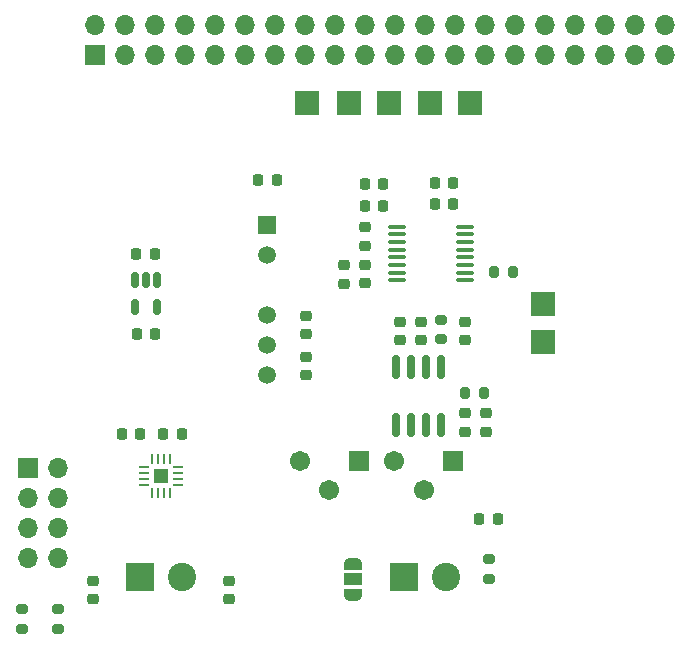
<source format=gbr>
%TF.GenerationSoftware,KiCad,Pcbnew,8.0.8*%
%TF.CreationDate,2025-02-25T11:28:35+01:00*%
%TF.ProjectId,ADC_16bit_board_v0r0,4144435f-3136-4626-9974-5f626f617264,rev?*%
%TF.SameCoordinates,Original*%
%TF.FileFunction,Soldermask,Top*%
%TF.FilePolarity,Negative*%
%FSLAX46Y46*%
G04 Gerber Fmt 4.6, Leading zero omitted, Abs format (unit mm)*
G04 Created by KiCad (PCBNEW 8.0.8) date 2025-02-25 11:28:35*
%MOMM*%
%LPD*%
G01*
G04 APERTURE LIST*
G04 Aperture macros list*
%AMRoundRect*
0 Rectangle with rounded corners*
0 $1 Rounding radius*
0 $2 $3 $4 $5 $6 $7 $8 $9 X,Y pos of 4 corners*
0 Add a 4 corners polygon primitive as box body*
4,1,4,$2,$3,$4,$5,$6,$7,$8,$9,$2,$3,0*
0 Add four circle primitives for the rounded corners*
1,1,$1+$1,$2,$3*
1,1,$1+$1,$4,$5*
1,1,$1+$1,$6,$7*
1,1,$1+$1,$8,$9*
0 Add four rect primitives between the rounded corners*
20,1,$1+$1,$2,$3,$4,$5,0*
20,1,$1+$1,$4,$5,$6,$7,0*
20,1,$1+$1,$6,$7,$8,$9,0*
20,1,$1+$1,$8,$9,$2,$3,0*%
%AMFreePoly0*
4,1,19,0.550000,-0.750000,0.000000,-0.750000,0.000000,-0.744911,-0.071157,-0.744911,-0.207708,-0.704816,-0.327430,-0.627875,-0.420627,-0.520320,-0.479746,-0.390866,-0.500000,-0.250000,-0.500000,0.250000,-0.479746,0.390866,-0.420627,0.520320,-0.327430,0.627875,-0.207708,0.704816,-0.071157,0.744911,0.000000,0.744911,0.000000,0.750000,0.550000,0.750000,0.550000,-0.750000,0.550000,-0.750000,
$1*%
%AMFreePoly1*
4,1,19,0.000000,0.744911,0.071157,0.744911,0.207708,0.704816,0.327430,0.627875,0.420627,0.520320,0.479746,0.390866,0.500000,0.250000,0.500000,-0.250000,0.479746,-0.390866,0.420627,-0.520320,0.327430,-0.627875,0.207708,-0.704816,0.071157,-0.744911,0.000000,-0.744911,0.000000,-0.750000,-0.550000,-0.750000,-0.550000,0.750000,0.000000,0.750000,0.000000,0.744911,0.000000,0.744911,
$1*%
G04 Aperture macros list end*
%ADD10RoundRect,0.225000X-0.250000X0.225000X-0.250000X-0.225000X0.250000X-0.225000X0.250000X0.225000X0*%
%ADD11RoundRect,0.200000X0.200000X0.275000X-0.200000X0.275000X-0.200000X-0.275000X0.200000X-0.275000X0*%
%ADD12R,2.000000X2.000000*%
%ADD13RoundRect,0.150000X-0.150000X0.512500X-0.150000X-0.512500X0.150000X-0.512500X0.150000X0.512500X0*%
%ADD14RoundRect,0.225000X0.250000X-0.225000X0.250000X0.225000X-0.250000X0.225000X-0.250000X-0.225000X0*%
%ADD15R,1.700000X1.700000*%
%ADD16O,1.700000X1.700000*%
%ADD17RoundRect,0.062500X-0.062500X0.350000X-0.062500X-0.350000X0.062500X-0.350000X0.062500X0.350000X0*%
%ADD18RoundRect,0.062500X-0.350000X0.062500X-0.350000X-0.062500X0.350000X-0.062500X0.350000X0.062500X0*%
%ADD19R,1.230000X1.230000*%
%ADD20RoundRect,0.225000X-0.225000X-0.250000X0.225000X-0.250000X0.225000X0.250000X-0.225000X0.250000X0*%
%ADD21RoundRect,0.100000X-0.637500X-0.100000X0.637500X-0.100000X0.637500X0.100000X-0.637500X0.100000X0*%
%ADD22R,2.400000X2.400000*%
%ADD23C,2.400000*%
%ADD24RoundRect,0.200000X-0.275000X0.200000X-0.275000X-0.200000X0.275000X-0.200000X0.275000X0.200000X0*%
%ADD25RoundRect,0.225000X0.225000X0.250000X-0.225000X0.250000X-0.225000X-0.250000X0.225000X-0.250000X0*%
%ADD26FreePoly0,90.000000*%
%ADD27R,1.500000X1.000000*%
%ADD28FreePoly1,90.000000*%
%ADD29R,1.500000X1.500000*%
%ADD30C,1.500000*%
%ADD31RoundRect,0.102000X0.754000X0.754000X-0.754000X0.754000X-0.754000X-0.754000X0.754000X-0.754000X0*%
%ADD32C,1.712000*%
%ADD33RoundRect,0.150000X0.150000X-0.825000X0.150000X0.825000X-0.150000X0.825000X-0.150000X-0.825000X0*%
G04 APERTURE END LIST*
D10*
%TO.C,C22*%
X233750000Y-96250000D03*
X233750000Y-97800000D03*
%TD*%
D11*
%TO.C,R1*%
X236075000Y-84250000D03*
X234425000Y-84250000D03*
%TD*%
D12*
%TO.C,TP5*%
X222200000Y-70000000D03*
%TD*%
D10*
%TO.C,C4*%
X221750000Y-83725000D03*
X221750000Y-85275000D03*
%TD*%
D13*
%TO.C,U4*%
X205950000Y-85000000D03*
X205000000Y-85000000D03*
X204050000Y-85000000D03*
X204050000Y-87275000D03*
X205950000Y-87275000D03*
%TD*%
D14*
%TO.C,C15*%
X218500000Y-93000000D03*
X218500000Y-91450000D03*
%TD*%
D15*
%TO.C,J4*%
X194960000Y-100880000D03*
D16*
X197500000Y-100880000D03*
X194960000Y-103420000D03*
X197500000Y-103420000D03*
X194960000Y-105960000D03*
X197500000Y-105960000D03*
X194960000Y-108500000D03*
X197500000Y-108500000D03*
%TD*%
D17*
%TO.C,U5*%
X207000000Y-100125000D03*
X206500000Y-100125000D03*
X206000000Y-100125000D03*
X205500000Y-100125000D03*
D18*
X204812500Y-100812500D03*
X204812500Y-101312500D03*
X204812500Y-101812500D03*
X204812500Y-102312500D03*
D17*
X205500000Y-103000000D03*
X206000000Y-103000000D03*
X206500000Y-103000000D03*
X207000000Y-103000000D03*
D18*
X207687500Y-102312500D03*
X207687500Y-101812500D03*
X207687500Y-101312500D03*
X207687500Y-100812500D03*
D19*
X206250000Y-101562500D03*
%TD*%
D20*
%TO.C,C14*%
X229450000Y-76750000D03*
X231000000Y-76750000D03*
%TD*%
D12*
%TO.C,TP4*%
X225600000Y-70000000D03*
%TD*%
D21*
%TO.C,U1*%
X226250000Y-80450000D03*
X226250000Y-81100000D03*
X226250000Y-81750000D03*
X226250000Y-82400000D03*
X226250000Y-83050000D03*
X226250000Y-83700000D03*
X226250000Y-84350000D03*
X226250000Y-85000000D03*
X231975000Y-85000000D03*
X231975000Y-84350000D03*
X231975000Y-83700000D03*
X231975000Y-83050000D03*
X231975000Y-82400000D03*
X231975000Y-81750000D03*
X231975000Y-81100000D03*
X231975000Y-80450000D03*
%TD*%
D22*
%TO.C,J1*%
X226850000Y-110150000D03*
D23*
X230350000Y-110150000D03*
%TD*%
D24*
%TO.C,R2*%
X234000000Y-108600000D03*
X234000000Y-110250000D03*
%TD*%
D25*
%TO.C,C10*%
X234775000Y-105200000D03*
X233225000Y-105200000D03*
%TD*%
D24*
%TO.C,R5*%
X194500000Y-112850000D03*
X194500000Y-114500000D03*
%TD*%
D10*
%TO.C,C20*%
X212000000Y-110450000D03*
X212000000Y-112000000D03*
%TD*%
D14*
%TO.C,C11*%
X226500000Y-90050000D03*
X226500000Y-88500000D03*
%TD*%
D12*
%TO.C,TP3*%
X232400000Y-70000000D03*
%TD*%
%TO.C,TP6*%
X238600000Y-87000000D03*
%TD*%
D11*
%TO.C,R3*%
X233650000Y-94500000D03*
X232000000Y-94500000D03*
%TD*%
D20*
%TO.C,C7*%
X229450000Y-78500000D03*
X231000000Y-78500000D03*
%TD*%
D14*
%TO.C,C2*%
X223500000Y-82050000D03*
X223500000Y-80500000D03*
%TD*%
D25*
%TO.C,C6*%
X225075000Y-76800000D03*
X223525000Y-76800000D03*
%TD*%
D14*
%TO.C,C1*%
X232000000Y-90050000D03*
X232000000Y-88500000D03*
%TD*%
D10*
%TO.C,C12*%
X232000000Y-96250000D03*
X232000000Y-97800000D03*
%TD*%
D24*
%TO.C,R6*%
X197500000Y-112850000D03*
X197500000Y-114500000D03*
%TD*%
D25*
%TO.C,C18*%
X204500000Y-98000000D03*
X202950000Y-98000000D03*
%TD*%
D12*
%TO.C,TP7*%
X238600000Y-90200000D03*
%TD*%
%TO.C,TP1*%
X229000000Y-70000000D03*
%TD*%
D24*
%TO.C,R4*%
X230000000Y-88350000D03*
X230000000Y-90000000D03*
%TD*%
D26*
%TO.C,JP1*%
X222500000Y-111600000D03*
D27*
X222500000Y-110300000D03*
D28*
X222500000Y-109000000D03*
%TD*%
D29*
%TO.C,U2*%
X215250000Y-80325000D03*
D30*
X215250000Y-82865000D03*
X215250000Y-87945000D03*
X215250000Y-90485000D03*
X215250000Y-93025000D03*
%TD*%
D31*
%TO.C,RV1*%
X231000000Y-100250000D03*
D32*
X228500000Y-102750000D03*
X226000000Y-100250000D03*
%TD*%
D25*
%TO.C,C8*%
X205725000Y-82775000D03*
X204175000Y-82775000D03*
%TD*%
D33*
%TO.C,U3*%
X226190000Y-97250000D03*
X227460000Y-97250000D03*
X228730000Y-97250000D03*
X230000000Y-97250000D03*
X230000000Y-92300000D03*
X228730000Y-92300000D03*
X227460000Y-92300000D03*
X226190000Y-92300000D03*
%TD*%
D25*
%TO.C,C5*%
X225075000Y-78700000D03*
X223525000Y-78700000D03*
%TD*%
D31*
%TO.C,RV2*%
X223000000Y-100270000D03*
D32*
X220500000Y-102770000D03*
X218000000Y-100270000D03*
%TD*%
D10*
%TO.C,C3*%
X223500000Y-83700000D03*
X223500000Y-85250000D03*
%TD*%
D14*
%TO.C,C13*%
X228250000Y-90050000D03*
X228250000Y-88500000D03*
%TD*%
D10*
%TO.C,C21*%
X200500000Y-110450000D03*
X200500000Y-112000000D03*
%TD*%
D20*
%TO.C,C19*%
X206450000Y-98000000D03*
X208000000Y-98000000D03*
%TD*%
D25*
%TO.C,C9*%
X216050000Y-76500000D03*
X214500000Y-76500000D03*
%TD*%
D12*
%TO.C,TP2*%
X218600000Y-70000000D03*
%TD*%
D22*
%TO.C,J2*%
X204500000Y-110109000D03*
D23*
X208000000Y-110109000D03*
%TD*%
D25*
%TO.C,C17*%
X205750000Y-89525000D03*
X204200000Y-89525000D03*
%TD*%
D14*
%TO.C,C16*%
X218500000Y-89550000D03*
X218500000Y-88000000D03*
%TD*%
D15*
%TO.C,J3*%
X200650000Y-65940000D03*
D16*
X200650000Y-63400000D03*
X203190000Y-65940000D03*
X203190000Y-63400000D03*
X205730000Y-65940000D03*
X205730000Y-63400000D03*
X208270000Y-65940000D03*
X208270000Y-63400000D03*
X210810000Y-65940000D03*
X210810000Y-63400000D03*
X213350000Y-65940000D03*
X213350000Y-63400000D03*
X215890000Y-65940000D03*
X215890000Y-63400000D03*
X218430000Y-65940000D03*
X218430000Y-63400000D03*
X220970000Y-65940000D03*
X220970000Y-63400000D03*
X223510000Y-65940000D03*
X223510000Y-63400000D03*
X226050000Y-65940000D03*
X226050000Y-63400000D03*
X228590000Y-65940000D03*
X228590000Y-63400000D03*
X231130000Y-65940000D03*
X231130000Y-63400000D03*
X233670000Y-65940000D03*
X233670000Y-63400000D03*
X236210000Y-65940000D03*
X236210000Y-63400000D03*
X238750000Y-65940000D03*
X238750000Y-63400000D03*
X241290000Y-65940000D03*
X241290000Y-63400000D03*
X243830000Y-65940000D03*
X243830000Y-63400000D03*
X246370000Y-65940000D03*
X246370000Y-63400000D03*
X248910000Y-65940000D03*
X248910000Y-63400000D03*
%TD*%
M02*

</source>
